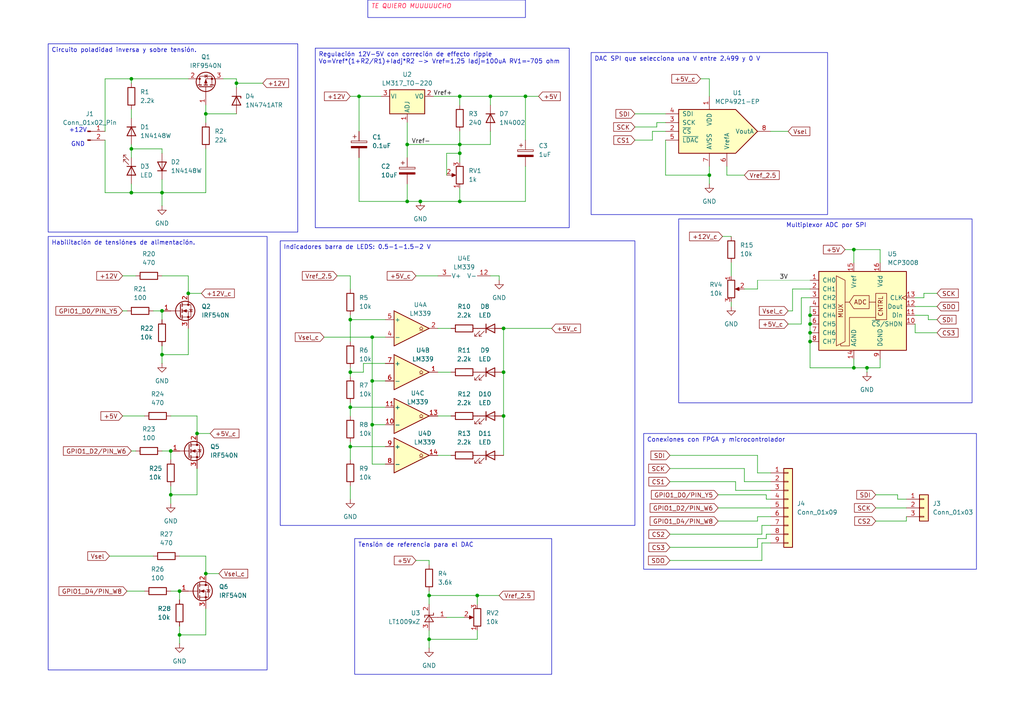
<source format=kicad_sch>
(kicad_sch (version 20250114) (generator "eeschema") (generator_version "9.0")
  (paper "A4")
  (lib_symbols
    (symbol "Analog_ADC:MCP3008" (pin_names (offset 1.016))
      (property "Reference" "U" (at -5.08 13.335 0))
      (property "Value" "MCP3008" (at -5.08 11.43 0))
      (symbol "MCP3008_0_0"
        (text "MUX" (at -6.35 -1.27 900) (effects (font (size 1.27 1.27))))
        (text "ADC" (at -0.635 1.27 0) (effects (font (size 1.27 1.27))))
        (text "CNTRL" (at 5.969 -2.921 900) (effects (font (size 1.27 1.27)) (justify left bottom)))
      )
      (symbol "MCP3008_1_1"
        (pin input line (at -15.24 7.62 0) (length 2.54) (name "CH0") (number "1"))
        (pin input line (at -15.24 5.08 0) (length 2.54) (name "CH1") (number "2"))
        (pin input line (at -15.24 2.54 0) (length 2.54) (name "CH2") (number "3"))
        (pin input line (at -15.24 0 0) (length 2.54) (name "CH3") (number "4"))
        (pin input line (at -15.24 -2.54 0) (length 2.54) (name "CH4") (number "5"))
        (pin input line (at -15.24 -5.08 0) (length 2.54) (name "CH5") (number "6"))
        (pin input line (at -15.24 -7.62 0) (length 2.54) (name "CH6") (number "7"))
        (pin input line (at -15.24 -10.16 0) (length 2.54) (name "CH7") (number "8"))
        (pin power_in line (at -2.54 12.7 270) (length 2.54) (name "Vref") (number "15"))
        (pin power_in line (at -2.54 -15.24 90) (length 2.54) (name "AGND") (number "14"))
        (pin power_in line (at 5.08 12.7 270) (length 2.54) (name "Vdd") (number "16"))
        (pin power_in line (at 5.08 -15.24 90) (length 2.54) (name "DGND") (number "9"))
        (pin input clock (at 15.24 2.54 180) (length 2.54) (name "CLK") (number "13"))
        (pin output line (at 15.24 0 180) (length 2.54) (name "Dout") (number "12"))
        (pin input line (at 15.24 -2.54 180) (length 2.54) (name "Din") (number "11"))
        (pin input line (at 15.24 -5.08 180) (length 2.54) (name "~{CS}/SHDN") (number "10"))
      )
    )
    (symbol "Analog_DAC:MCP4921-EP" (pin_names (offset 1.016))
      (property "Reference" "U" (at -11.43 7.62 0))
      (property "Value" "MCP4921-EP" (at 0 7.62 0))
      (symbol "MCP4921-EP_1_1"
        (pin input line (at -15.24 5.08 0) (length 3.81) (name "SDI") (number "4"))
        (pin input line (at -15.24 2.54 0) (length 3.81) (name "SCK") (number "3"))
        (pin input line (at -15.24 0 0) (length 3.81) (name "~{CS}") (number "2"))
        (pin input line (at -15.24 -2.54 0) (length 3.81) (name "~{LDAC}") (number "5"))
        (pin power_in line (at -2.54 10.16 270) (length 3.81) (name "VDD") (number "1"))
        (pin power_in line (at -2.54 -10.16 90) (length 3.81) (name "AVSS") (number "7"))
        (pin passive line (at 2.54 -10.16 90) (length 3.81) (name "VrefA") (number "6"))
        (pin passive line (at 15.24 0 180) (length 3.81) (name "VoutA") (number "8"))
      )
    )
    (symbol "Comparator:LM339" (pin_names (offset 0.127))
      (property "Reference" "U" (at 0 5.08 0))
      (property "Value" "LM339" (at 0 -5.08 0))
      (symbol "LM339_1_1"
        (pin input line (at -7.62 2.54 0) (length 2.54) (name "+") (number "5"))
        (pin input line (at -7.62 -2.54 0) (length 2.54) (name "-") (number "4"))
        (pin open_collector line (at 7.62 0 180) (length 2.54) (name "~") (number "2"))
      )
      (symbol "LM339_2_1"
        (pin input line (at -7.62 2.54 0) (length 2.54) (name "+") (number "7"))
        (pin input line (at -7.62 -2.54 0) (length 2.54) (name "-") (number "6"))
        (pin open_collector line (at 7.62 0 180) (length 2.54) (name "~") (number "1"))
      )
      (symbol "LM339_3_1"
        (pin input line (at -7.62 2.54 0) (length 2.54) (name "+") (number "11"))
        (pin input line (at -7.62 -2.54 0) (length 2.54) (name "-") (number "10"))
        (pin open_collector line (at 7.62 0 180) (length 2.54) (name "~") (number "13"))
      )
      (symbol "LM339_4_1"
        (pin input line (at -7.62 2.54 0) (length 2.54) (name "+") (number "9"))
        (pin input line (at -7.62 -2.54 0) (length 2.54) (name "-") (number "8"))
        (pin open_collector line (at 7.62 0 180) (length 2.54) (name "~") (number "14"))
      )
      (symbol "LM339_5_1"
        (pin power_in line (at -2.54 7.62 270) (length 3.81) (name "V+") (number "3"))
        (pin power_in line (at -2.54 -7.62 90) (length 3.81) (name "V-") (number "12"))
      )
    )
    (symbol "Connector:Conn_01x02_Pin" (pin_names (offset 1.016) (hide yes))
      (property "Reference" "J" (at 0 2.54 0))
      (property "Value" "Conn_01x02_Pin" (at 0 -5.08 0))
      (symbol "Conn_01x02_Pin_1_1"
        (pin passive line (at 5.08 0 180) (length 3.81) (name "Pin_1") (number "1"))
        (pin passive line (at 5.08 -2.54 180) (length 3.81) (name "Pin_2") (number "2"))
      )
    )
    (symbol "Connector_Generic:Conn_01x03" (pin_names (offset 1.016) (hide yes))
      (property "Reference" "J" (at 0 5.08 0))
      (property "Value" "Conn_01x03" (at 0 -5.08 0))
      (symbol "Conn_01x03_1_1"
        (pin passive line (at -5.08 2.54 0) (length 3.81) (name "Pin_1") (number "1"))
        (pin passive line (at -5.08 0 0) (length 3.81) (name "Pin_2") (number "2"))
        (pin passive line (at -5.08 -2.54 0) (length 3.81) (name "Pin_3") (number "3"))
      )
    )
    (symbol "Connector_Generic:Conn_01x09" (pin_names (offset 1.016) (hide yes))
      (property "Reference" "J" (at 0 12.7 0))
      (property "Value" "Conn_01x09" (at 0 -12.7 0))
      (symbol "Conn_01x09_1_1"
        (pin passive line (at -5.08 10.16 0) (length 3.81) (name "Pin_1") (number "1"))
        (pin passive line (at -5.08 7.62 0) (length 3.81) (name "Pin_2") (number "2"))
        (pin passive line (at -5.08 5.08 0) (length 3.81) (name "Pin_3") (number "3"))
        (pin passive line (at -5.08 2.54 0) (length 3.81) (name "Pin_4") (number "4"))
        (pin passive line (at -5.08 0 0) (length 3.81) (name "Pin_5") (number "5"))
        (pin passive line (at -5.08 -2.54 0) (length 3.81) (name "Pin_6") (number "6"))
        (pin passive line (at -5.08 -5.08 0) (length 3.81) (name "Pin_7") (number "7"))
        (pin passive line (at -5.08 -7.62 0) (length 3.81) (name "Pin_8") (number "8"))
        (pin passive line (at -5.08 -10.16 0) (length 3.81) (name "Pin_9") (number "9"))
      )
    )
    (symbol "Device:C_Polarized" (pin_numbers (hide yes)) (pin_names (offset 0.254))
      (property "Reference" "C" (at 0.635 2.54 0))
      (property "Value" "C_Polarized" (at 0.635 -2.54 0))
      (symbol "C_Polarized_1_1"
        (pin passive line (at 0 3.81 270) (length 2.794) (name "~") (number "1"))
        (pin passive line (at 0 -3.81 90) (length 2.794) (name "~") (number "2"))
      )
    )
    (symbol "Device:LED" (pin_numbers (hide yes)) (pin_names (offset 1.016) (hide yes))
      (property "Reference" "D" (at 0 2.54 0))
      (property "Value" "LED" (at 0 -2.54 0))
      (symbol "LED_1_1"
        (pin passive line (at -3.81 0 0) (length 2.54) (name "K") (number "1"))
        (pin passive line (at 3.81 0 180) (length 2.54) (name "A") (number "2"))
      )
    )
    (symbol "Device:R" (pin_numbers (hide yes)) (pin_names (offset 0))
      (property "Reference" "R" (at 2.032 0 90))
      (property "Value" "R" (at 0 0 90))
      (symbol "R_1_1"
        (pin passive line (at 0 3.81 270) (length 1.27) (name "~") (number "1"))
        (pin passive line (at 0 -3.81 90) (length 1.27) (name "~") (number "2"))
      )
    )
    (symbol "Device:R_Potentiometer" (pin_names (offset 1.016) (hide yes))
      (property "Reference" "RV" (at -4.445 0 90))
      (property "Value" "R_Potentiometer" (at -2.54 0 90))
      (symbol "R_Potentiometer_1_1"
        (pin passive line (at 0 3.81 270) (length 1.27) (name "1") (number "1"))
        (pin passive line (at 0 -3.81 90) (length 1.27) (name "3") (number "3"))
        (pin passive line (at 3.81 0 180) (length 1.27) (name "2") (number "2"))
      )
    )
    (symbol "Diode:1N4002" (pin_numbers (hide yes)) (pin_names (hide yes))
      (property "Reference" "D" (at 0 2.54 0))
      (property "Value" "1N4002" (at 0 -2.54 0))
      (symbol "1N4002_1_1"
        (pin passive line (at -3.81 0 0) (length 2.54) (name "K") (number "1"))
        (pin passive line (at 3.81 0 180) (length 2.54) (name "A") (number "2"))
      )
    )
    (symbol "Diode:1N4148" (pin_numbers (hide yes)) (pin_names (hide yes))
      (property "Reference" "D" (at 0 2.54 0))
      (property "Value" "1N4148" (at 0 -2.54 0))
      (symbol "1N4148_1_1"
        (pin passive line (at -3.81 0 0) (length 2.54) (name "K") (number "1"))
        (pin passive line (at 3.81 0 180) (length 2.54) (name "A") (number "2"))
      )
    )
    (symbol "Diode:1N4148W" (pin_numbers (hide yes)) (pin_names (hide yes))
      (property "Reference" "D" (at 0 2.54 0))
      (property "Value" "1N4148W" (at 0 -2.54 0))
      (symbol "1N4148W_1_1"
        (pin passive line (at -3.81 0 0) (length 2.54) (name "K") (number "1"))
        (pin passive line (at 3.81 0 180) (length 2.54) (name "A") (number "2"))
      )
    )
    (symbol "Diode:BZT52Bxx" (pin_numbers (hide yes)) (pin_names (hide yes))
      (property "Reference" "D" (at 0 2.54 0))
      (property "Value" "BZT52Bxx" (at 0 -2.54 0))
      (symbol "BZT52Bxx_1_1"
        (pin passive line (at -3.81 0 0) (length 2.54) (name "K") (number "1"))
        (pin passive line (at 3.81 0 180) (length 2.54) (name "A") (number "2"))
      )
    )
    (symbol "Reference_Voltage:LT1009xZ" (pin_names (offset 0.0254) (hide yes))
      (property "Reference" "U" (at 1.905 3.81 0))
      (property "Value" "LT1009xZ" (at 0 -3.175 0))
      (symbol "LT1009xZ_1_1"
        (pin passive line (at -3.81 0 0) (length 2.54) (name "A") (number "3"))
        (pin input line (at 0 5.08 270) (length 2.54) (name "FB") (number "1"))
        (pin passive line (at 3.81 0 180) (length 2.54) (name "K") (number "2"))
      )
    )
    (symbol "Regulator_Linear:LM317_TO-220" (pin_names (offset 0.254))
      (property "Reference" "U" (at -3.81 3.175 0))
      (property "Value" "LM317_TO-220" (at 0 3.175 0))
      (symbol "LM317_TO-220_1_1"
        (pin power_in line (at -7.62 0 0) (length 2.54) (name "VI") (number "3"))
        (pin input line (at 0 -7.62 90) (length 2.54) (name "ADJ") (number "1"))
        (pin power_out line (at 7.62 0 180) (length 2.54) (name "VO") (number "2"))
      )
    )
    (symbol "Transistor_FET:IRF540N" (pin_names (hide yes))
      (property "Reference" "Q" (at 5.08 1.905 0))
      (property "Value" "IRF540N" (at 5.08 0 0))
      (symbol "IRF540N_1_1"
        (pin input line (at -5.08 0 0) (length 2.54) (name "G") (number "1"))
        (pin passive line (at 2.54 5.08 270) (length 2.54) (name "D") (number "2"))
        (pin passive line (at 2.54 -5.08 90) (length 2.54) (name "S") (number "3"))
      )
    )
    (symbol "Transistor_FET:IRF9540N" (pin_names (hide yes))
      (property "Reference" "Q" (at 5.08 1.905 0))
      (property "Value" "IRF9540N" (at 5.08 0 0))
      (symbol "IRF9540N_1_1"
        (pin input line (at -5.08 0 0) (length 2.54) (name "G") (number "1"))
        (pin passive line (at 2.54 5.08 270) (length 2.54) (name "D") (number "2"))
        (pin passive line (at 2.54 -5.08 90) (length 2.54) (name "S") (number "3"))
      )
    )
    (symbol "power:GND" (power) (pin_numbers (hide yes)) (pin_names (offset 0) (hide yes))
      (property "Value" "GND" (at 0 -3.81 0))
      (symbol "GND_1_1"
        (pin power_in line (at 0 0 270) (length 0) (name "~") (number "1"))
      )
    )
  )
  (text "+12V\n\nGND" (at 22.606 39.878 0) (effects (font (size 1.27 1.27))))
  (text_box "						Multiplexor ADC por SPI" (at 196.85 63.5 0) (size 85.09 53.34) (margins 0.9525 0.9525 0.9525 0.9525) (effects (font (size 1.27 1.27)) (justify left top)))
  (text_box "TE QUIERO MUUUUUCHO" (at 106.68 0 0) (size 45.72 5.08) (margins 0.9525 0.9525 0.9525 0.9525) (effects (font (size 1.27 1.27) (italic yes)) (justify left top)))
  (text_box "DAC SPI que selecciona una V entre 2.499 y 0 V\n" (at 171.45 15.24 0) (size 68.58 46.99) (margins 0.9525 0.9525 0.9525 0.9525) (effects (font (size 1.27 1.27)) (justify left top)))
  (text_box "Circuito poladidad inversa y sobre tensión.\n" (at 13.97 12.7 0) (size 72.39 54.61) (margins 0.9525 0.9525 0.9525 0.9525) (effects (font (size 1.27 1.27)) (justify left top)))
  (text_box "Conexiones con FPGA y microcontrolador" (at 186.69 125.73 0) (size 96.52 39.37) (margins 0.9525 0.9525 0.9525 0.9525) (effects (font (size 1.27 1.27)) (justify left top)))
  (text_box "Tensión de referencia para el DAC" (at 102.87 156.21 0) (size 57.15 39.37) (margins 0.9525 0.9525 0.9525 0.9525) (effects (font (size 1.27 1.27)) (justify left top)))
  (text_box "Indicadores barra de LEDS: 0.5-1-1.5-2 V\n" (at 81.28 69.85 0) (size 102.87 82.55) (margins 0.9525 0.9525 0.9525 0.9525) (effects (font (size 1.27 1.27)) (justify left top)))
  (text_box "Regulación 12V-5V con correción de effecto ripple\nVo=Vref*(1+R2/R1)+Iadj*R2 -> Vref=1.25 Iadj=100uA RV1=~705 ohm\n\n" (at 91.44 13.97 0) (size 73.66 52.07) (margins 0.9525 0.9525 0.9525 0.9525) (effects (font (size 1.27 1.27)) (justify left top)))
  (text_box "Habilitación de tensiónes de alimentación." (at 13.97 68.58 0) (size 63.5 125.73) (margins 0.9525 0.9525 0.9525 0.9525) (effects (font (size 1.27 1.27)) (justify left top)))
  (junction (at 101.6 118.11))
  (junction (at 234.95 91.44))
  (junction (at 46.99 55.88))
  (junction (at 57.15 125.73))
  (junction (at 247.65 72.39))
  (junction (at 121.92 58.42))
  (junction (at 49.53 130.81))
  (junction (at 59.69 33.02))
  (junction (at 133.35 41.91))
  (junction (at 133.35 44.45))
  (junction (at 46.99 102.87))
  (junction (at 138.43 172.72))
  (junction (at 59.69 166.37))
  (junction (at 101.6 129.54))
  (junction (at 205.74 50.8))
  (junction (at 234.95 93.98))
  (junction (at 124.46 172.72))
  (junction (at 251.46 106.68))
  (junction (at 107.95 97.79))
  (junction (at 118.11 41.91))
  (junction (at 38.1 22.86))
  (junction (at 118.11 58.42))
  (junction (at 68.58 24.13))
  (junction (at 101.6 92.71))
  (junction (at 38.1 43.18))
  (junction (at 142.24 27.94))
  (junction (at 146.05 120.65))
  (junction (at 49.53 143.51))
  (junction (at 152.4 27.94))
  (junction (at 107.95 110.49))
  (junction (at 101.6 107.95))
  (junction (at 247.65 106.68))
  (junction (at 104.14 27.94))
  (junction (at 38.1 55.88))
  (junction (at 54.61 85.09))
  (junction (at 107.95 123.19))
  (junction (at 234.95 99.06))
  (junction (at 52.07 184.15))
  (junction (at 234.95 96.52))
  (junction (at 133.35 27.94))
  (junction (at 52.07 171.45))
  (junction (at 124.46 185.42))
  (junction (at 46.99 90.17))
  (junction (at 133.35 58.42))
  (junction (at 146.05 107.95))
  (junction (at 146.05 95.25))
  (wire (pts (xy 52.07 161.29) (xy 59.69 161.29)))
  (wire (pts (xy 260.35 143.51) (xy 254 143.51)))
  (wire (pts (xy 234.95 93.98) (xy 234.95 96.52)))
  (wire (pts (xy 107.95 110.49) (xy 107.95 123.19)))
  (wire (pts (xy 152.4 27.94) (xy 152.4 40.64)))
  (wire (pts (xy 101.6 107.95) (xy 101.6 106.68)))
  (wire (pts (xy 146.05 95.25) (xy 146.05 107.95)))
  (wire (pts (xy 35.56 80.01) (xy 39.37 80.01)))
  (wire (pts (xy 144.78 80.01) (xy 144.78 81.28)))
  (wire (pts (xy 222.25 144.78) (xy 223.52 144.78)))
  (wire (pts (xy 124.46 172.72) (xy 124.46 175.26)))
  (wire (pts (xy 142.24 27.94) (xy 152.4 27.94)))
  (wire (pts (xy 190.5 35.56) (xy 193.04 35.56)))
  (wire (pts (xy 118.11 35.56) (xy 118.11 41.91)))
  (wire (pts (xy 68.58 25.4) (xy 68.58 24.13)))
  (wire (pts (xy 93.98 97.79) (xy 107.95 97.79)))
  (wire (pts (xy 111.76 105.41) (xy 105.41 105.41)))
  (wire (pts (xy 133.35 38.1) (xy 133.35 41.91)))
  (wire (pts (xy 30.48 22.86) (xy 38.1 22.86)))
  (wire (pts (xy 215.9 135.89) (xy 194.31 135.89)))
  (wire (pts (xy 49.53 120.65) (xy 57.15 120.65)))
  (wire (pts (xy 234.95 91.44) (xy 234.95 93.98)))
  (wire (pts (xy 59.69 166.37) (xy 63.5 166.37)))
  (wire (pts (xy 193.04 40.64) (xy 193.04 50.8)))
  (wire (pts (xy 208.28 151.13) (xy 219.71 151.13)))
  (wire (pts (xy 219.71 137.16) (xy 223.52 137.16)))
  (wire (pts (xy 138.43 172.72) (xy 138.43 175.26)))
  (wire (pts (xy 138.43 172.72) (xy 124.46 172.72)))
  (wire (pts (xy 101.6 128.27) (xy 101.6 129.54)))
  (wire (pts (xy 101.6 116.84) (xy 101.6 118.11)))
  (wire (pts (xy 213.36 142.24) (xy 223.52 142.24)))
  (wire (pts (xy 254 151.13) (xy 262.89 151.13)))
  (wire (pts (xy 194.31 154.94) (xy 220.98 154.94)))
  (wire (pts (xy 52.07 181.61) (xy 52.07 184.15)))
  (wire (pts (xy 203.2 22.86) (xy 205.74 22.86)))
  (wire (pts (xy 189.23 40.64) (xy 189.23 38.1)))
  (wire (pts (xy 247.65 72.39) (xy 245.11 72.39)))
  (wire (pts (xy 212.09 87.63) (xy 212.09 88.9)))
  (wire (pts (xy 36.83 171.45) (xy 41.91 171.45)))
  (wire (pts (xy 59.69 43.18) (xy 59.69 55.88)))
  (wire (pts (xy 101.6 80.01) (xy 101.6 83.82)))
  (wire (pts (xy 260.35 144.78) (xy 262.89 144.78)))
  (wire (pts (xy 127 120.65) (xy 130.81 120.65)))
  (wire (pts (xy 228.6 90.17) (xy 229.87 90.17)))
  (wire (pts (xy 146.05 120.65) (xy 146.05 132.08)))
  (wire (pts (xy 220.98 152.4) (xy 223.52 152.4)))
  (wire (pts (xy 213.36 139.7) (xy 213.36 142.24)))
  (wire (pts (xy 129.54 179.07) (xy 134.62 179.07)))
  (wire (pts (xy 52.07 171.45) (xy 52.07 173.99)))
  (wire (pts (xy 210.82 50.8) (xy 215.9 50.8)))
  (wire (pts (xy 129.54 44.45) (xy 133.35 44.45)))
  (wire (pts (xy 111.76 97.79) (xy 107.95 97.79)))
  (wire (pts (xy 107.95 123.19) (xy 107.95 134.62)))
  (wire (pts (xy 54.61 85.09) (xy 58.42 85.09)))
  (wire (pts (xy 101.6 129.54) (xy 101.6 133.35)))
  (wire (pts (xy 219.71 83.82) (xy 215.9 83.82)))
  (wire (pts (xy 146.05 95.25) (xy 160.02 95.25)))
  (wire (pts (xy 54.61 80.01) (xy 54.61 85.09)))
  (wire (pts (xy 30.48 38.1) (xy 30.48 22.86)))
  (wire (pts (xy 46.99 90.17) (xy 46.99 92.71)))
  (wire (pts (xy 105.41 107.95) (xy 101.6 107.95)))
  (wire (pts (xy 247.65 104.14) (xy 247.65 106.68)))
  (wire (pts (xy 265.43 93.98) (xy 265.43 96.52)))
  (wire (pts (xy 30.48 55.88) (xy 30.48 40.64)))
  (wire (pts (xy 68.58 24.13) (xy 68.58 22.86)))
  (wire (pts (xy 59.69 33.02) (xy 59.69 35.56)))
  (wire (pts (xy 138.43 182.88) (xy 138.43 185.42)))
  (wire (pts (xy 142.24 80.01) (xy 144.78 80.01)))
  (wire (pts (xy 101.6 118.11) (xy 101.6 120.65)))
  (wire (pts (xy 194.31 158.75) (xy 219.71 158.75)))
  (wire (pts (xy 205.74 50.8) (xy 205.74 53.34)))
  (wire (pts (xy 49.53 143.51) (xy 49.53 146.05)))
  (wire (pts (xy 120.65 162.56) (xy 124.46 162.56)))
  (wire (pts (xy 220.98 157.48) (xy 220.98 162.56)))
  (wire (pts (xy 118.11 45.72) (xy 118.11 41.91)))
  (wire (pts (xy 152.4 48.26) (xy 152.4 58.42)))
  (wire (pts (xy 220.98 152.4) (xy 220.98 154.94)))
  (wire (pts (xy 46.99 80.01) (xy 54.61 80.01)))
  (wire (pts (xy 129.54 50.8) (xy 129.54 44.45)))
  (wire (pts (xy 219.71 156.21) (xy 222.25 156.21)))
  (wire (pts (xy 38.1 22.86) (xy 54.61 22.86)))
  (wire (pts (xy 104.14 45.72) (xy 104.14 58.42)))
  (wire (pts (xy 124.46 171.45) (xy 124.46 172.72)))
  (wire (pts (xy 133.35 41.91) (xy 133.35 44.45)))
  (wire (pts (xy 54.61 95.25) (xy 54.61 102.87)))
  (wire (pts (xy 152.4 27.94) (xy 156.21 27.94)))
  (wire (pts (xy 222.25 154.94) (xy 223.52 154.94)))
  (wire (pts (xy 234.95 106.68) (xy 247.65 106.68)))
  (wire (pts (xy 251.46 106.68) (xy 251.46 107.95)))
  (wire (pts (xy 101.6 91.44) (xy 101.6 92.71)))
  (wire (pts (xy 101.6 27.94) (xy 104.14 27.94)))
  (wire (pts (xy 234.95 88.9) (xy 234.95 91.44)))
  (wire (pts (xy 138.43 185.42) (xy 124.46 185.42)))
  (wire (pts (xy 251.46 106.68) (xy 255.27 106.68)))
  (wire (pts (xy 46.99 52.07) (xy 46.99 55.88)))
  (wire (pts (xy 146.05 107.95) (xy 146.05 120.65)))
  (wire (pts (xy 38.1 22.86) (xy 38.1 24.13)))
  (wire (pts (xy 229.87 83.82) (xy 234.95 83.82)))
  (wire (pts (xy 49.53 171.45) (xy 52.07 171.45)))
  (wire (pts (xy 104.14 27.94) (xy 104.14 38.1)))
  (wire (pts (xy 49.53 130.81) (xy 49.53 133.35)))
  (wire (pts (xy 194.31 139.7) (xy 213.36 139.7)))
  (wire (pts (xy 46.99 43.18) (xy 46.99 44.45)))
  (wire (pts (xy 205.74 48.26) (xy 205.74 50.8)))
  (wire (pts (xy 209.55 68.58) (xy 212.09 68.58)))
  (wire (pts (xy 57.15 125.73) (xy 60.96 125.73)))
  (wire (pts (xy 222.25 156.21) (xy 222.25 154.94)))
  (wire (pts (xy 38.1 31.75) (xy 38.1 34.29)))
  (wire (pts (xy 193.04 50.8) (xy 205.74 50.8)))
  (wire (pts (xy 267.97 85.09) (xy 271.78 85.09)))
  (wire (pts (xy 194.31 132.08) (xy 219.71 132.08)))
  (wire (pts (xy 219.71 149.86) (xy 219.71 151.13)))
  (wire (pts (xy 111.76 123.19) (xy 107.95 123.19)))
  (wire (pts (xy 125.73 27.94) (xy 133.35 27.94)))
  (wire (pts (xy 57.15 120.65) (xy 57.15 125.73)))
  (wire (pts (xy 254 147.32) (xy 262.89 147.32)))
  (wire (pts (xy 68.58 24.13) (xy 76.2 24.13)))
  (wire (pts (xy 52.07 184.15) (xy 52.07 186.69)))
  (wire (pts (xy 46.99 100.33) (xy 46.99 102.87)))
  (wire (pts (xy 111.76 110.49) (xy 107.95 110.49)))
  (wire (pts (xy 133.35 54.61) (xy 133.35 58.42)))
  (wire (pts (xy 219.71 132.08) (xy 219.71 137.16)))
  (wire (pts (xy 144.78 172.72) (xy 138.43 172.72)))
  (wire (pts (xy 133.35 41.91) (xy 142.24 41.91)))
  (wire (pts (xy 38.1 130.81) (xy 39.37 130.81)))
  (wire (pts (xy 30.48 55.88) (xy 38.1 55.88)))
  (wire (pts (xy 223.52 157.48) (xy 220.98 157.48)))
  (wire (pts (xy 232.41 93.98) (xy 232.41 86.36)))
  (wire (pts (xy 212.09 76.2) (xy 212.09 80.01)))
  (wire (pts (xy 97.79 80.01) (xy 101.6 80.01)))
  (wire (pts (xy 184.15 33.02) (xy 193.04 33.02)))
  (wire (pts (xy 59.69 176.53) (xy 59.69 184.15)))
  (wire (pts (xy 127 107.95) (xy 130.81 107.95)))
  (wire (pts (xy 269.24 92.71) (xy 271.78 92.71)))
  (wire (pts (xy 222.25 143.51) (xy 222.25 144.78)))
  (wire (pts (xy 54.61 102.87) (xy 46.99 102.87)))
  (wire (pts (xy 57.15 143.51) (xy 49.53 143.51)))
  (wire (pts (xy 190.5 36.83) (xy 190.5 35.56)))
  (wire (pts (xy 184.15 40.64) (xy 189.23 40.64)))
  (wire (pts (xy 127 95.25) (xy 130.81 95.25)))
  (wire (pts (xy 184.15 36.83) (xy 190.5 36.83)))
  (wire (pts (xy 107.95 97.79) (xy 107.95 110.49)))
  (wire (pts (xy 124.46 185.42) (xy 124.46 187.96)))
  (wire (pts (xy 38.1 55.88) (xy 38.1 53.34)))
  (wire (pts (xy 219.71 81.28) (xy 234.95 81.28)) (stroke (width 0.0762)))
  (wire (pts (xy 247.65 72.39) (xy 255.27 72.39)))
  (wire (pts (xy 265.43 88.9) (xy 271.78 88.9)))
  (wire (pts (xy 208.28 143.51) (xy 222.25 143.51)))
  (wire (pts (xy 121.92 58.42) (xy 133.35 58.42)))
  (wire (pts (xy 133.35 30.48) (xy 133.35 27.94)))
  (wire (pts (xy 35.56 90.17) (xy 36.83 90.17)))
  (wire (pts (xy 49.53 140.97) (xy 49.53 143.51)))
  (wire (pts (xy 120.65 80.01) (xy 127 80.01)))
  (wire (pts (xy 210.82 48.26) (xy 210.82 50.8)))
  (wire (pts (xy 208.28 147.32) (xy 223.52 147.32)))
  (wire (pts (xy 118.11 58.42) (xy 121.92 58.42)))
  (wire (pts (xy 59.69 33.02) (xy 68.58 33.02)))
  (wire (pts (xy 104.14 58.42) (xy 118.11 58.42)))
  (wire (pts (xy 46.99 130.81) (xy 49.53 130.81)))
  (wire (pts (xy 38.1 43.18) (xy 38.1 45.72)))
  (wire (pts (xy 46.99 102.87) (xy 46.99 105.41)))
  (wire (pts (xy 219.71 81.28) (xy 219.71 83.82)))
  (wire (pts (xy 101.6 107.95) (xy 101.6 109.22)))
  (wire (pts (xy 127 132.08) (xy 130.81 132.08)))
  (wire (pts (xy 260.35 144.78) (xy 260.35 143.51)))
  (wire (pts (xy 68.58 22.86) (xy 64.77 22.86)))
  (wire (pts (xy 265.43 86.36) (xy 267.97 86.36)))
  (wire (pts (xy 38.1 43.18) (xy 46.99 43.18)))
  (wire (pts (xy 234.95 99.06) (xy 234.95 106.68)))
  (wire (pts (xy 31.75 161.29) (xy 44.45 161.29)))
  (wire (pts (xy 59.69 161.29) (xy 59.69 166.37)))
  (wire (pts (xy 255.27 106.68) (xy 255.27 104.14)))
  (wire (pts (xy 234.95 96.52) (xy 234.95 99.06)))
  (wire (pts (xy 101.6 140.97) (xy 101.6 144.78)))
  (wire (pts (xy 267.97 86.36) (xy 267.97 85.09)))
  (wire (pts (xy 57.15 135.89) (xy 57.15 143.51)))
  (wire (pts (xy 255.27 72.39) (xy 255.27 76.2)))
  (wire (pts (xy 265.43 91.44) (xy 269.24 91.44)))
  (wire (pts (xy 269.24 91.44) (xy 269.24 92.71)))
  (wire (pts (xy 59.69 184.15) (xy 52.07 184.15)))
  (wire (pts (xy 133.35 27.94) (xy 142.24 27.94)))
  (wire (pts (xy 59.69 30.48) (xy 59.69 33.02)))
  (wire (pts (xy 142.24 38.1) (xy 142.24 41.91)))
  (wire (pts (xy 219.71 149.86) (xy 223.52 149.86)))
  (wire (pts (xy 223.52 38.1) (xy 228.6 38.1)))
  (wire (pts (xy 152.4 58.42) (xy 133.35 58.42)))
  (wire (pts (xy 104.14 27.94) (xy 110.49 27.94)))
  (wire (pts (xy 234.95 86.36) (xy 232.41 86.36)))
  (wire (pts (xy 189.23 38.1) (xy 193.04 38.1)))
  (wire (pts (xy 219.71 158.75) (xy 219.71 156.21)))
  (wire (pts (xy 118.11 53.34) (xy 118.11 58.42)))
  (wire (pts (xy 101.6 92.71) (xy 111.76 92.71)))
  (wire (pts (xy 247.65 106.68) (xy 251.46 106.68)))
  (wire (pts (xy 124.46 182.88) (xy 124.46 185.42)))
  (wire (pts (xy 228.6 93.98) (xy 232.41 93.98)))
  (wire (pts (xy 101.6 92.71) (xy 101.6 99.06)))
  (wire (pts (xy 215.9 139.7) (xy 215.9 135.89)))
  (wire (pts (xy 229.87 90.17) (xy 229.87 83.82)))
  (wire (pts (xy 46.99 55.88) (xy 46.99 59.69)))
  (wire (pts (xy 44.45 90.17) (xy 46.99 90.17)))
  (wire (pts (xy 105.41 105.41) (xy 105.41 107.95)))
  (wire (pts (xy 194.31 162.56) (xy 220.98 162.56)))
  (wire (pts (xy 223.52 139.7) (xy 215.9 139.7)))
  (wire (pts (xy 262.89 151.13) (xy 262.89 149.86)))
  (wire (pts (xy 247.65 76.2) (xy 247.65 72.39)))
  (wire (pts (xy 142.24 27.94) (xy 142.24 30.48)))
  (wire (pts (xy 124.46 163.83) (xy 124.46 162.56)))
  (wire (pts (xy 101.6 129.54) (xy 111.76 129.54)))
  (wire (pts (xy 118.11 41.91) (xy 133.35 41.91)))
  (wire (pts (xy 46.99 55.88) (xy 59.69 55.88)))
  (wire (pts (xy 38.1 41.91) (xy 38.1 43.18)))
  (wire (pts (xy 205.74 22.86) (xy 205.74 27.94)))
  (wire (pts (xy 133.35 44.45) (xy 133.35 46.99)))
  (wire (pts (xy 107.95 134.62) (xy 111.76 134.62)))
  (wire (pts (xy 101.6 118.11) (xy 111.76 118.11)))
  (wire (pts (xy 265.43 96.52) (xy 271.78 96.52)))
  (wire (pts (xy 38.1 55.88) (xy 46.99 55.88)))
  (wire (pts (xy 35.56 120.65) (xy 41.91 120.65)))
  (label "Vref+" (at 125.73 27.94 0))
  (label "Vref-" (at 119.38 41.91 0))
  (label "3V" (at 226.06 81.28 0))
  (global_label "CS1" (shape input) (at 184.15 40.64 180) (property "Intersheetrefs" "${INTERSHEET_REFS}" (effects (hide yes))))
  (global_label "GPIO1_D0{slash}PIN_Y5" (shape input) (at 208.28 143.51 180) (property "Intersheetrefs" "${INTERSHEET_REFS}" (effects (hide yes))))
  (global_label "+5V_c" (shape input) (at 203.2 22.86 180) (property "Intersheetrefs" "${INTERSHEET_REFS}" (effects (hide yes))))
  (global_label "Vref_2.5" (shape input) (at 144.78 172.72 0) (property "Intersheetrefs" "${INTERSHEET_REFS}" (effects (hide yes))))
  (global_label "+12V" (shape input) (at 101.6 27.94 180) (property "Intersheetrefs" "${INTERSHEET_REFS}" (effects (hide yes))))
  (global_label "SDO" (shape input) (at 194.31 162.56 180) (property "Intersheetrefs" "${INTERSHEET_REFS}" (effects (hide yes))))
  (global_label "GPIO1_D4{slash}PIN_W8" (shape input) (at 36.83 171.45 180) (property "Intersheetrefs" "${INTERSHEET_REFS}" (effects (hide yes))))
  (global_label "Vsel_c" (shape input) (at 93.98 97.79 180) (property "Intersheetrefs" "${INTERSHEET_REFS}" (effects (hide yes))))
  (global_label "GPIO1_D0{slash}PIN_Y5" (shape input) (at 35.56 90.17 180) (property "Intersheetrefs" "${INTERSHEET_REFS}" (effects (hide yes))))
  (global_label "GPIO1_D2{slash}PIN_W6" (shape input) (at 38.1 130.81 180) (property "Intersheetrefs" "${INTERSHEET_REFS}" (effects (hide yes))))
  (global_label "GPIO1_D4{slash}PIN_W8" (shape input) (at 208.28 151.13 180) (property "Intersheetrefs" "${INTERSHEET_REFS}" (effects (hide yes))))
  (global_label "SDI" (shape input) (at 254 143.51 180) (property "Intersheetrefs" "${INTERSHEET_REFS}" (effects (hide yes))))
  (global_label "Vsel_c" (shape input) (at 63.5 166.37 0) (property "Intersheetrefs" "${INTERSHEET_REFS}" (effects (hide yes))))
  (global_label "+12V" (shape input) (at 35.56 80.01 180) (property "Intersheetrefs" "${INTERSHEET_REFS}" (effects (hide yes))))
  (global_label "SDI" (shape input) (at 194.31 132.08 180) (property "Intersheetrefs" "${INTERSHEET_REFS}" (effects (hide yes))))
  (global_label "SCK" (shape input) (at 271.78 85.09 0) (property "Intersheetrefs" "${INTERSHEET_REFS}" (effects (hide yes))))
  (global_label "+5V_c" (shape input) (at 120.65 80.01 180) (property "Intersheetrefs" "${INTERSHEET_REFS}" (effects (hide yes))))
  (global_label "SCK" (shape input) (at 194.31 135.89 180) (property "Intersheetrefs" "${INTERSHEET_REFS}" (effects (hide yes))))
  (global_label "CS2" (shape input) (at 254 151.13 180) (property "Intersheetrefs" "${INTERSHEET_REFS}" (effects (hide yes))))
  (global_label "+5V_c" (shape input) (at 228.6 93.98 180) (property "Intersheetrefs" "${INTERSHEET_REFS}" (effects (hide yes))))
  (global_label "CS3" (shape input) (at 271.78 96.52 0) (property "Intersheetrefs" "${INTERSHEET_REFS}" (effects (hide yes))))
  (global_label "Vref_2.5" (shape input) (at 215.9 50.8 0) (property "Intersheetrefs" "${INTERSHEET_REFS}" (effects (hide yes))))
  (global_label "+12V_c" (shape input) (at 58.42 85.09 0) (property "Intersheetrefs" "${INTERSHEET_REFS}" (effects (hide yes))))
  (global_label "+12V_c" (shape input) (at 209.55 68.58 180) (property "Intersheetrefs" "${INTERSHEET_REFS}" (effects (hide yes))))
  (global_label "Vsel" (shape input) (at 31.75 161.29 180) (property "Intersheetrefs" "${INTERSHEET_REFS}" (effects (hide yes))))
  (global_label "+5V" (shape input) (at 120.65 162.56 180) (property "Intersheetrefs" "${INTERSHEET_REFS}" (effects (hide yes))))
  (global_label "+5V_c" (shape input) (at 60.96 125.73 0) (property "Intersheetrefs" "${INTERSHEET_REFS}" (effects (hide yes))))
  (global_label "+5V_c" (shape input) (at 160.02 95.25 0) (property "Intersheetrefs" "${INTERSHEET_REFS}" (effects (hide yes))))
  (global_label "SCK" (shape input) (at 254 147.32 180) (property "Intersheetrefs" "${INTERSHEET_REFS}" (effects (hide yes))))
  (global_label "CS1" (shape input) (at 194.31 139.7 180) (property "Intersheetrefs" "${INTERSHEET_REFS}" (effects (hide yes))))
  (global_label "Vsel" (shape input) (at 228.6 38.1 0) (property "Intersheetrefs" "${INTERSHEET_REFS}" (effects (hide yes))))
  (global_label "+5V" (shape input) (at 35.56 120.65 180) (property "Intersheetrefs" "${INTERSHEET_REFS}" (effects (hide yes))))
  (global_label "CS2" (shape input) (at 194.31 154.94 180) (property "Intersheetrefs" "${INTERSHEET_REFS}" (effects (hide yes))))
  (global_label "+5V" (shape input) (at 245.11 72.39 180) (property "Intersheetrefs" "${INTERSHEET_REFS}" (effects (hide yes))))
  (global_label "SDI" (shape input) (at 184.15 33.02 180) (property "Intersheetrefs" "${INTERSHEET_REFS}" (effects (hide yes))))
  (global_label "SCK" (shape input) (at 184.15 36.83 180) (property "Intersheetrefs" "${INTERSHEET_REFS}" (effects (hide yes))))
  (global_label "SDO" (shape input) (at 271.78 88.9 0) (property "Intersheetrefs" "${INTERSHEET_REFS}" (effects (hide yes))))
  (global_label "CS3" (shape input) (at 194.31 158.75 180) (property "Intersheetrefs" "${INTERSHEET_REFS}" (effects (hide yes))))
  (global_label "+12V" (shape input) (at 76.2 24.13 0) (property "Intersheetrefs" "${INTERSHEET_REFS}" (effects (hide yes))))
  (global_label "Vref_2.5" (shape input) (at 97.79 80.01 180) (property "Intersheetrefs" "${INTERSHEET_REFS}" (effects (hide yes))))
  (global_label "+5V" (shape input) (at 156.21 27.94 0) (property "Intersheetrefs" "${INTERSHEET_REFS}" (effects (hide yes))))
  (global_label "SDI" (shape input) (at 271.78 92.71 0) (property "Intersheetrefs" "${INTERSHEET_REFS}" (effects (hide yes))))
  (global_label "GPIO1_D2{slash}PIN_W6" (shape input) (at 208.28 147.32 180) (property "Intersheetrefs" "${INTERSHEET_REFS}" (effects (hide yes))))
  (global_label "Vsel_c" (shape input) (at 228.6 90.17 180) (property "Intersheetrefs" "${INTERSHEET_REFS}" (effects (hide yes))))
  (symbol (lib_id "Device:R") (at 134.62 95.25 90) (unit 1)
    (property "Reference" "R10" (at 134.62 88.9 90))
    (property "Value" "2.2k" (at 134.62 91.44 90))
    (property "Description" "Resistor" (effects (hide yes)))
  )
  (symbol (lib_id "Device:LED") (at 38.1 49.53 270) (unit 1)
    (property "Reference" "D3" (at 40.64 48.26 90) (effects (justify left)))
    (property "Value" "LED" (at 40.64 50.8 90) (effects (justify left)))
    (property "Description" "Light emitting diode" (effects (hide yes)))
    (property "Sim.Pins" "1=K 2=A" (effects (hide yes)))
  )
  (symbol (lib_id "Reference_Voltage:LT1009xZ") (at 124.46 179.07 270) (mirror x) (unit 1)
    (property "Reference" "U3" (at 121.92 177.7999 90) (effects (justify right)))
    (property "Value" "LT1009xZ" (at 121.92 180.3399 90) (effects (justify right)))
    (property "Footprint" "Package_TO_SOT_THT:TO-92L_Inline" (effects (hide yes)))
    (property "Datasheet" "https://www.analog.com/media/en/technical-documentation/data-sheets/lt1009.pdf" (effects (hide yes)))
    (property "Description" "Adjustable Micropower Voltage Reference Diodes, TO-92" (effects (hide yes)))
  )
  (symbol (lib_id "Transistor_FET:IRF540N") (at 52.07 90.17 0) (unit 1)
    (property "Reference" "Q2" (at 58.42 88.8999 0) (effects (justify left)))
    (property "Value" "IRF540N" (at 58.42 91.4399 0) (effects (justify left)))
    (property "Footprint" "Package_TO_SOT_THT:TO-220-3_Vertical" (effects (hide yes)))
    (property "Datasheet" "http://www.irf.com/product-info/datasheets/data/irf540n.pdf" (effects (hide yes)))
    (property "Description" "33A Id, 100V Vds, HEXFET N-Channel MOSFET, TO-220" (effects (hide yes)))
  )
  (symbol (lib_id "Device:LED") (at 142.24 95.25 0) (unit 1)
    (property "Reference" "D8" (at 140.6525 88.9 0))
    (property "Value" "LED" (at 140.6525 91.44 0))
    (property "Description" "Light emitting diode" (effects (hide yes)))
    (property "Sim.Pins" "1=K 2=A" (effects (hide yes)))
  )
  (symbol (lib_id "Regulator_Linear:LM317_TO-220") (at 118.11 27.94 0) (unit 1)
    (property "Reference" "U2" (at 118.11 21.59 0))
    (property "Value" "LM317_TO-220" (at 118.11 24.13 0))
    (property "Footprint" "Package_TO_SOT_THT:TO-220-3_Vertical" (effects (hide yes)))
    (property "Datasheet" "http://www.ti.com/lit/ds/symlink/lm317.pdf" (effects (hide yes)))
    (property "Description" "1.5A 35V Adjustable Linear Regulator, TO-220" (effects (hide yes)))
  )
  (symbol (lib_id "Comparator:LM339") (at 119.38 107.95 0) (unit 2)
    (property "Reference" "U4" (at 122.682 101.6 0))
    (property "Value" "LM339" (at 122.682 104.14 0))
    (property "Datasheet" "https://www.st.com/resource/en/datasheet/lm139.pdf" (effects (hide yes)))
    (property "Description" "Quad Differential Comparators, SOIC-14/TSSOP-14" (effects (hide yes)))
  )
  (symbol (lib_id "Comparator:LM339") (at 119.38 120.65 0) (unit 3)
    (property "Reference" "U4" (at 121.158 114.046 0))
    (property "Value" "LM339" (at 121.158 116.586 0))
    (property "Datasheet" "https://www.st.com/resource/en/datasheet/lm139.pdf" (effects (hide yes)))
    (property "Description" "Quad Differential Comparators, SOIC-14/TSSOP-14" (effects (hide yes)))
  )
  (symbol (lib_id "Transistor_FET:IRF540N") (at 54.61 130.81 0) (unit 1)
    (property "Reference" "Q5" (at 60.96 129.5399 0) (effects (justify left)))
    (property "Value" "IRF540N" (at 60.96 132.0799 0) (effects (justify left)))
    (property "Footprint" "Package_TO_SOT_THT:TO-220-3_Vertical" (effects (hide yes)))
    (property "Datasheet" "http://www.irf.com/product-info/datasheets/data/irf540n.pdf" (effects (hide yes)))
    (property "Description" "33A Id, 100V Vds, HEXFET N-Channel MOSFET, TO-220" (effects (hide yes)))
  )
  (symbol (lib_id "Device:R") (at 46.99 96.52 180) (unit 1)
    (property "Reference" "R22" (at 40.64 95.25 0) (effects (justify right)))
    (property "Value" "10k" (at 40.64 97.79 0) (effects (justify right)))
    (property "Description" "Resistor" (effects (hide yes)))
  )
  (symbol (lib_id "Comparator:LM339") (at 119.38 95.25 0) (unit 1)
    (property "Reference" "U4" (at 121.92 88.392 0))
    (property "Value" "LM339" (at 121.92 90.932 0))
    (property "Datasheet" "https://www.st.com/resource/en/datasheet/lm139.pdf" (effects (hide yes)))
    (property "Description" "Quad Differential Comparators, SOIC-14/TSSOP-14" (effects (hide yes)))
  )
  (symbol (lib_id "Device:C_Polarized") (at 104.14 41.91 0) (unit 1)
    (property "Reference" "C1" (at 107.95 39.7509 0) (effects (justify left)))
    (property "Value" "0.1uF" (at 107.95 42.2909 0) (effects (justify left)))
    (property "Description" "Polarized capacitor" (effects (hide yes)))
  )
  (symbol (lib_id "Device:R") (at 38.1 27.94 0) (unit 1)
    (property "Reference" "R1" (at 40.64 26.6699 0) (effects (justify left)))
    (property "Value" "2.2k" (at 40.64 29.2099 0) (effects (justify left)))
    (property "Description" "Resistor" (effects (hide yes)))
  )
  (symbol (lib_id "power:GND") (at 101.6 144.78 0) (unit 1)
    (property "Reference" "#PWR06" (effects (hide yes)))
    (property "Value" "GND" (at 101.6 149.86 0))
    (property "Description" "Power symbol creates a global label with name \"GND\" , ground" (effects (hide yes)))
  )
  (symbol (lib_id "power:GND") (at 49.53 146.05 0) (unit 1)
    (property "Reference" "#PWR010" (effects (hide yes)))
    (property "Value" "GND" (at 49.53 151.13 0))
    (property "Description" "Power symbol creates a global label with name \"GND\" , ground" (effects (hide yes)))
  )
  (symbol (lib_id "Device:R") (at 134.62 120.65 90) (unit 1)
    (property "Reference" "R12" (at 134.62 114.3 90))
    (property "Value" "2.2k" (at 134.62 116.84 90))
    (property "Description" "Resistor" (effects (hide yes)))
  )
  (symbol (lib_id "Device:R") (at 134.62 132.08 90) (unit 1)
    (property "Reference" "R13" (at 134.62 125.73 90))
    (property "Value" "2.2k" (at 134.62 128.27 90))
    (property "Description" "Resistor" (effects (hide yes)))
  )
  (symbol (lib_id "Analog_ADC:MCP3008") (at 250.19 88.9 0) (unit 1)
    (property "Reference" "U5" (at 257.4133 73.66 0) (effects (justify left)))
    (property "Value" "MCP3008" (at 257.4133 76.2 0) (effects (justify left)))
    (property "Datasheet" "http://ww1.microchip.com/downloads/en/DeviceDoc/21295d.pdf" (effects (hide yes)))
    (property "Description" "A/D Converter, 10-Bit, 8-Channel, SPI Interface , 2.7V-5.5V" (effects (hide yes)))
  )
  (symbol (lib_id "Device:C_Polarized") (at 118.11 49.53 0) (unit 1)
    (property "Reference" "C2" (at 110.49 48.26 0) (effects (justify left)))
    (property "Value" "10uF" (at 110.49 50.8 0) (effects (justify left)))
    (property "Description" "Polarized capacitor" (effects (hide yes)))
  )
  (symbol (lib_id "Device:R") (at 43.18 130.81 90) (unit 1)
    (property "Reference" "R23" (at 43.18 124.46 90))
    (property "Value" "100" (at 43.18 127 90))
    (property "Description" "Resistor" (effects (hide yes)))
  )
  (symbol (lib_id "Device:R") (at 124.46 167.64 0) (unit 1)
    (property "Reference" "R4" (at 127 166.3699 0) (effects (justify left)))
    (property "Value" "3.6k" (at 127 168.9099 0) (effects (justify left)))
    (property "Description" "Resistor" (effects (hide yes)))
  )
  (symbol (lib_id "power:GND") (at 144.78 81.28 0) (unit 1)
    (property "Reference" "#PWR05" (effects (hide yes)))
    (property "Value" "GND" (at 144.78 86.36 0))
    (property "Description" "Power symbol creates a global label with name \"GND\" , ground" (effects (hide yes)))
  )
  (symbol (lib_id "Device:R") (at 101.6 137.16 0) (unit 1)
    (property "Reference" "R9" (at 104.14 135.8899 0) (effects (justify left)))
    (property "Value" "10k" (at 104.14 138.4299 0) (effects (justify left)))
    (property "Description" "Resistor" (effects (hide yes)))
  )
  (symbol (lib_id "Device:R") (at 45.72 171.45 90) (unit 1)
    (property "Reference" "R26" (at 45.72 165.1 90))
    (property "Value" "100" (at 45.72 167.64 90))
    (property "Description" "Resistor" (effects (hide yes)))
  )
  (symbol (lib_id "Device:R_Potentiometer") (at 138.43 179.07 180) (unit 1)
    (property "Reference" "RV2" (at 140.97 177.7999 0) (effects (justify right)))
    (property "Value" "10k" (at 140.97 180.3399 0) (effects (justify right)))
    (property "Description" "Potentiometer" (effects (hide yes)))
  )
  (symbol (lib_id "Device:R") (at 101.6 102.87 0) (unit 1)
    (property "Reference" "R6" (at 104.14 101.5999 0) (effects (justify left)))
    (property "Value" "10k" (at 104.14 104.1399 0) (effects (justify left)))
    (property "Description" "Resistor" (effects (hide yes)))
  )
  (symbol (lib_id "power:GND") (at 205.74 53.34 0) (unit 1)
    (property "Reference" "#PWR03" (effects (hide yes)))
    (property "Value" "GND" (at 205.74 58.42 0))
    (property "Description" "Power symbol creates a global label with name \"GND\" , ground" (effects (hide yes)))
  )
  (symbol (lib_id "Device:R") (at 101.6 124.46 0) (unit 1)
    (property "Reference" "R8" (at 104.14 123.1899 0) (effects (justify left)))
    (property "Value" "10k" (at 104.14 125.7299 0) (effects (justify left)))
    (property "Description" "Resistor" (effects (hide yes)))
  )
  (symbol (lib_id "Diode:1N4148W") (at 38.1 38.1 270) (unit 1)
    (property "Reference" "D1" (at 40.64 36.8299 90) (effects (justify left)))
    (property "Value" "1N4148W" (at 40.64 39.3699 90) (effects (justify left)))
    (property "Footprint" "Diode_SMD:D_SOD-123" (effects (hide yes)))
    (property "Datasheet" "https://www.vishay.com/docs/85748/1n4148w.pdf" (effects (hide yes)))
    (property "Description" "75V 0.15A Fast Switching Diode, SOD-123" (effects (hide yes)))
    (property "Sim.Device" "D" (effects (hide yes)))
    (property "Sim.Pins" "1=K 2=A" (effects (hide yes)))
  )
  (symbol (lib_id "Device:R") (at 43.18 80.01 90) (unit 1)
    (property "Reference" "R20" (at 43.18 73.66 90))
    (property "Value" "470" (at 43.18 76.2 90))
    (property "Description" "Resistor" (effects (hide yes)))
  )
  (symbol (lib_id "Device:R") (at 134.62 107.95 90) (unit 1)
    (property "Reference" "R11" (at 134.62 101.6 90))
    (property "Value" "2.2k" (at 134.62 104.14 90))
    (property "Description" "Resistor" (effects (hide yes)))
  )
  (symbol (lib_id "Device:R") (at 101.6 113.03 0) (unit 1)
    (property "Reference" "R7" (at 104.14 111.7599 0) (effects (justify left)))
    (property "Value" "10k" (at 104.14 114.2999 0) (effects (justify left)))
    (property "Description" "Resistor" (effects (hide yes)))
  )
  (symbol (lib_id "Transistor_FET:IRF540N") (at 57.15 171.45 0) (unit 1)
    (property "Reference" "Q6" (at 63.5 170.1799 0) (effects (justify left)))
    (property "Value" "IRF540N" (at 63.5 172.7199 0) (effects (justify left)))
    (property "Footprint" "Package_TO_SOT_THT:TO-220-3_Vertical" (effects (hide yes)))
    (property "Datasheet" "http://www.irf.com/product-info/datasheets/data/irf540n.pdf" (effects (hide yes)))
    (property "Description" "33A Id, 100V Vds, HEXFET N-Channel MOSFET, TO-220" (effects (hide yes)))
  )
  (symbol (lib_id "Analog_DAC:MCP4921-EP") (at 208.28 38.1 0) (unit 1)
    (property "Reference" "U1" (at 213.868 26.924 0))
    (property "Value" "MCP4921-EP" (at 213.868 29.464 0))
    (property "Footprint" "Package_DIP:DIP-8_W7.62mm" (effects (hide yes)))
    (property "Datasheet" "http://ww1.microchip.com/downloads/en/devicedoc/21897a.pdf" (effects (hide yes)))
    (property "Description" "Single 12-bit Digital to Analog Converter, SPI Interface, PDIP-8" (effects (hide yes)))
  )
  (symbol (lib_id "power:GND") (at 251.46 107.95 0) (unit 1)
    (property "Reference" "#PWR013" (effects (hide yes)))
    (property "Value" "GND" (at 251.46 113.03 0))
    (property "Description" "Power symbol creates a global label with name \"GND\" , ground" (effects (hide yes)))
  )
  (symbol (lib_id "Comparator:LM339") (at 134.62 77.47 90) (unit 5)
    (property "Reference" "U4" (at 134.62 74.93 90))
    (property "Value" "LM339" (at 134.62 77.47 90))
    (property "Datasheet" "https://www.st.com/resource/en/datasheet/lm139.pdf" (effects (hide yes)))
    (property "Description" "Quad Differential Comparators, SOIC-14/TSSOP-14" (effects (hide yes)))
  )
  (symbol (lib_id "power:GND") (at 52.07 186.69 0) (unit 1)
    (property "Reference" "#PWR011" (effects (hide yes)))
    (property "Value" "GND" (at 52.07 191.77 0))
    (property "Description" "Power symbol creates a global label with name \"GND\" , ground" (effects (hide yes)))
  )
  (symbol (lib_id "Diode:BZT52Bxx") (at 68.58 29.21 270) (unit 1)
    (property "Reference" "D4" (at 71.12 27.9399 90) (effects (justify left)))
    (property "Value" "1N4741ATR" (at 71.12 30.4799 90) (effects (justify left)))
    (property "Footprint" "Diode_SMD:D_SOD-123F" (effects (hide yes)))
    (property "Datasheet" "https://diotec.com/tl_files/diotec/files/pdf/datasheets/bzt52b2v4.pdf" (effects (hide yes)))
    (property "Description" "500mW Zener Diode, SOD-123F" (effects (hide yes)))
  )
  (symbol (lib_id "Device:R_Potentiometer") (at 133.35 50.8 180) (unit 1)
    (property "Reference" "RV1" (at 135.89 49.53 0) (effects (justify right)))
    (property "Value" "1k" (at 135.89 52.0699 0) (effects (justify right)))
    (property "Description" "Potentiometer" (effects (hide yes)))
  )
  (symbol (lib_id "Device:R") (at 52.07 177.8 180) (unit 1)
    (property "Reference" "R28" (at 45.72 176.53 0) (effects (justify right)))
    (property "Value" "10k" (at 45.72 179.07 0) (effects (justify right)))
    (property "Description" "Resistor" (effects (hide yes)))
  )
  (symbol (lib_id "Device:LED") (at 142.24 107.95 0) (unit 1)
    (property "Reference" "D9" (at 140.6525 101.6 0))
    (property "Value" "LED" (at 140.6525 104.14 0))
    (property "Description" "Light emitting diode" (effects (hide yes)))
    (property "Sim.Pins" "1=K 2=A" (effects (hide yes)))
  )
  (symbol (lib_id "Device:R") (at 59.69 39.37 0) (unit 1)
    (property "Reference" "R2" (at 62.23 38.0999 0) (effects (justify left)))
    (property "Value" "22k" (at 62.23 40.6399 0) (effects (justify left)))
    (property "Description" "Resistor" (effects (hide yes)))
  )
  (symbol (lib_id "Device:LED") (at 142.24 120.65 0) (unit 1)
    (property "Reference" "D10" (at 140.6525 114.3 0))
    (property "Value" "LED" (at 140.6525 116.84 0))
    (property "Description" "Light emitting diode" (effects (hide yes)))
    (property "Sim.Pins" "1=K 2=A" (effects (hide yes)))
  )
  (symbol (lib_id "Device:R_Potentiometer") (at 212.09 83.82 0) (unit 1)
    (property "Reference" "RV4" (at 209.55 82.5499 0) (effects (justify right)))
    (property "Value" "10k" (at 209.55 85.0899 0) (effects (justify right)))
    (property "Description" "Potentiometer" (effects (hide yes)))
  )
  (symbol (lib_id "Diode:1N4002") (at 142.24 34.29 270) (unit 1)
    (property "Reference" "D7" (at 144.78 33.0199 90) (effects (justify left)))
    (property "Value" "1N4002" (at 144.78 35.5599 90) (effects (justify left)))
    (property "Footprint" "Diode_THT:D_DO-41_SOD81_P10.16mm_Horizontal" (effects (hide yes)))
    (property "Datasheet" "http://www.vishay.com/docs/88503/1n4001.pdf" (effects (hide yes)))
    (property "Description" "100V 1A General Purpose Rectifier Diode, DO-41" (effects (hide yes)))
    (property "Sim.Device" "D" (effects (hide yes)))
    (property "Sim.Pins" "1=K 2=A" (effects (hide yes)))
  )
  (symbol (lib_id "Device:C_Polarized") (at 152.4 44.45 0) (unit 1)
    (property "Reference" "C3" (at 156.21 42.2909 0) (effects (justify left)))
    (property "Value" "1uF" (at 156.21 44.8309 0) (effects (justify left)))
    (property "Description" "Polarized capacitor" (effects (hide yes)))
  )
  (symbol (lib_id "Device:R") (at 133.35 34.29 0) (unit 1)
    (property "Reference" "R3" (at 135.89 33.0199 0) (effects (justify left)))
    (property "Value" "240" (at 135.89 35.5599 0) (effects (justify left)))
    (property "Description" "Resistor" (effects (hide yes)))
  )
  (symbol (lib_id "power:GND") (at 121.92 58.42 0) (unit 1)
    (property "Reference" "#PWR02" (effects (hide yes)))
    (property "Value" "GND" (at 121.92 63.5 0))
    (property "Description" "Power symbol creates a global label with name \"GND\" , ground" (effects (hide yes)))
  )
  (symbol (lib_id "Device:R") (at 49.53 137.16 180) (unit 1)
    (property "Reference" "R25" (at 43.18 135.89 0) (effects (justify right)))
    (property "Value" "10k" (at 43.18 138.43 0) (effects (justify right)))
    (property "Description" "Resistor" (effects (hide yes)))
  )
  (symbol (lib_id "Connector:Conn_01x02_Pin") (at 25.4 38.1 0) (unit 1)
    (property "Reference" "J1" (at 26.035 33.02 0))
    (property "Value" "Conn_01x02_Pin" (at 26.035 35.56 0))
    (property "Footprint" "TerminalBlock_Phoenix:TerminalBlock_Phoenix_MKDS-1,5-2-5.08_1x02_P5.08mm_Horizontal" (effects (hide yes)))
    (property "Datasheet" "https://www.phoenixcontact.com/en-us/products/printed-circuit-board-terminal-mkdsn-15-2-508-1729128?type=pdf" (effects (hide yes)))
    (property "Description" "Generic connector, single row, 01x02, script generated" (effects (hide yes)))
    (property "Supplier" "https://www.mouser.es/ProductDetail/Phoenix-Contact/1729128?qs=GFUSqQMLmmnCBVBY3dts9w%3D%3D&mgh=1&vip=1&utm_id=19103542967&utm_source=google&utm_medium=cpc&utm_marketing_tactic=emeacorp&gad_source=1&gclid=EAIaIQobChMI2IPopc25jAMVPgQGAB1Z6jg6EAQYASABEgKlW_D_BwE" (effects (hide yes)))
    (property "Assembly" "Lápiz" (effects (hide yes)))
  )
  (symbol (lib_id "Diode:1N4148") (at 46.99 48.26 90) (unit 1)
    (property "Reference" "D2" (at 49.53 46.9899 90) (effects (justify right)))
    (property "Value" "1N4148W" (at 49.53 49.5299 90) (effects (justify right)))
    (property "Footprint" "Diode_THT:D_DO-35_SOD27_P7.62mm_Horizontal" (effects (hide yes)))
    (property "Datasheet" "https://assets.nexperia.com/documents/data-sheet/1N4148_1N4448.pdf" (effects (hide yes)))
    (property "Description" "100V 0.15A standard switching diode, DO-35" (effects (hide yes)))
    (property "Sim.Device" "D" (effects (hide yes)))
    (property "Sim.Pins" "1=K 2=A" (effects (hide yes)))
  )
  (symbol (lib_id "Device:R") (at 101.6 87.63 0) (unit 1)
    (property "Reference" "R5" (at 104.14 86.3599 0) (effects (justify left)))
    (property "Value" "10k" (at 104.14 88.8999 0) (effects (justify left)))
    (property "Description" "Resistor" (effects (hide yes)))
  )
  (symbol (lib_id "Transistor_FET:IRF9540N") (at 59.69 25.4 90) (unit 1)
    (property "Reference" "Q1" (at 59.69 16.51 90))
    (property "Value" "IRF9540N" (at 59.69 19.05 90))
    (property "Footprint" "Package_TO_SOT_THT:TO-220-3_Vertical" (effects (hide yes)))
    (property "Datasheet" "http://www.irf.com/product-info/datasheets/data/irf9540n.pdf" (effects (hide yes)))
    (property "Description" "-23A Id, -100V Vds, 117mOhm Rds, P-Channel HEXFET Power MOSFET, TO-220" (effects (hide yes)))
  )
  (symbol (lib_id "Device:R") (at 40.64 90.17 90) (unit 1)
    (property "Reference" "R21" (at 40.64 83.82 90))
    (property "Value" "100" (at 40.64 86.36 90))
    (property "Description" "Resistor" (effects (hide yes)))
  )
  (symbol (lib_id "power:GND") (at 46.99 59.69 0) (unit 1)
    (property "Reference" "#PWR01" (effects (hide yes)))
    (property "Value" "GND" (at 46.99 64.77 0))
    (property "Description" "Power symbol creates a global label with name \"GND\" , ground" (effects (hide yes)))
  )
  (symbol (lib_id "Device:R") (at 45.72 120.65 90) (unit 1)
    (property "Reference" "R24" (at 45.72 114.3 90))
    (property "Value" "470" (at 45.72 116.84 90))
    (property "Description" "Resistor" (effects (hide yes)))
  )
  (symbol (lib_id "Device:LED") (at 142.24 132.08 0) (unit 1)
    (property "Reference" "D11" (at 140.6525 125.73 0))
    (property "Value" "LED" (at 140.6525 128.27 0))
    (property "Description" "Light emitting diode" (effects (hide yes)))
    (property "Sim.Pins" "1=K 2=A" (effects (hide yes)))
  )
  (symbol (lib_id "Comparator:LM339") (at 119.38 132.08 0) (unit 4)
    (property "Reference" "U4" (at 123.19 125.73 0))
    (property "Value" "LM339" (at 123.19 128.27 0))
    (property "Datasheet" "https://www.st.com/resource/en/datasheet/lm139.pdf" (effects (hide yes)))
    (property "Description" "Quad Differential Comparators, SOIC-14/TSSOP-14" (effects (hide yes)))
  )
  (symbol (lib_id "Connector_Generic:Conn_01x09") (at 228.6 147.32 0) (unit 1)
    (property "Reference" "J4" (at 231.14 146.0499 0) (effects (justify left)))
    (property "Value" "Conn_01x09" (at 231.14 148.5899 0) (effects (justify left)))
    (property "Description" "Generic connector, single row, 01x09, script generated (kicad-library-utils/schlib/autogen/connector/)" (effects (hide yes)))
  )
  (symbol (lib_id "power:GND") (at 124.46 187.96 0) (unit 1)
    (property "Reference" "#PWR04" (effects (hide yes)))
    (property "Value" "GND" (at 124.46 193.04 0))
    (property "Description" "Power symbol creates a global label with name \"GND\" , ground" (effects (hide yes)))
  )
  (symbol (lib_id "power:GND") (at 46.99 105.41 0) (unit 1)
    (property "Reference" "#PWR09" (effects (hide yes)))
    (property "Value" "GND" (at 46.99 110.49 0))
    (property "Description" "Power symbol creates a global label with name \"GND\" , ground" (effects (hide yes)))
  )
  (symbol (lib_id "power:GND") (at 212.09 88.9 0) (unit 1)
    (property "Reference" "#PWR015" (effects (hide yes)))
    (property "Value" "GND" (at 212.09 93.98 0))
    (property "Description" "Power symbol creates a global label with name \"GND\" , ground" (effects (hide yes)))
  )
  (symbol (lib_id "Device:R") (at 212.09 72.39 0) (unit 1)
    (property "Reference" "R15" (at 214.63 71.1199 0) (effects (justify left)))
    (property "Value" "10k" (at 214.63 73.6599 0) (effects (justify left)))
    (property "Description" "Resistor" (effects (hide yes)))
  )
  (symbol (lib_id "Connector_Generic:Conn_01x03") (at 267.97 147.32 0) (unit 1)
    (property "Reference" "J3" (at 270.51 146.0499 0) (effects (justify left)))
    (property "Value" "Conn_01x03" (at 270.51 148.5899 0) (effects (justify left)))
    (property "Description" "Generic connector, single row, 01x03, script generated (kicad-library-utils/schlib/autogen/connector/)" (effects (hide yes)))
  )
  (symbol (lib_id "Device:R") (at 48.26 161.29 90) (unit 1)
    (property "Reference" "R27" (at 48.26 154.94 90))
    (property "Value" "470" (at 48.26 157.48 90))
    (property "Description" "Resistor" (effects (hide yes)))
  )
)
</source>
